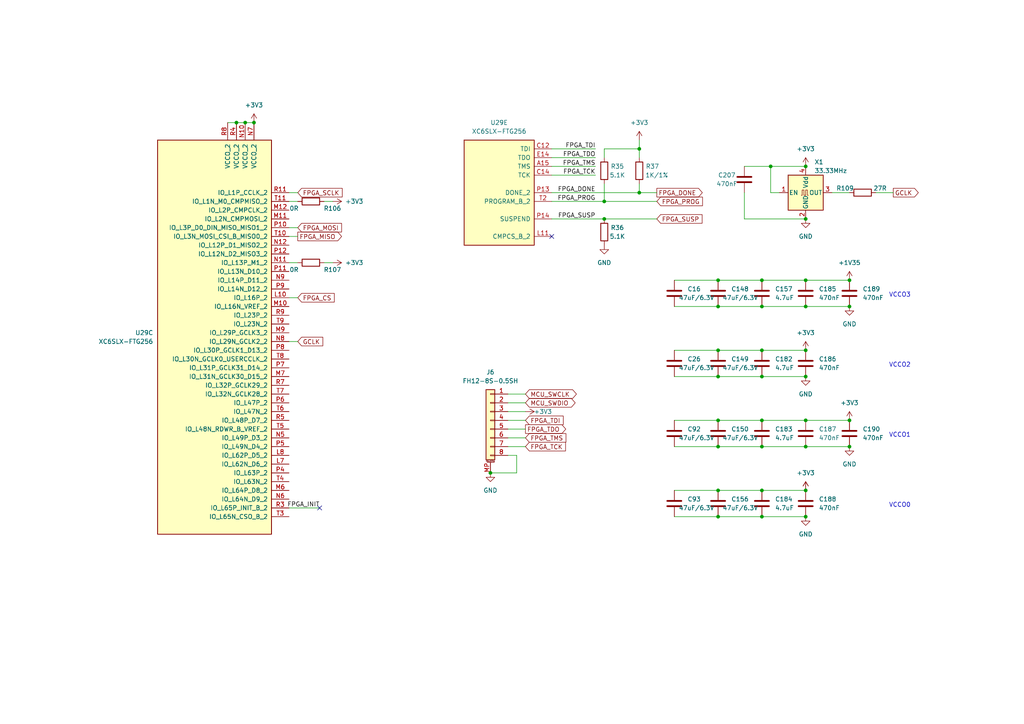
<source format=kicad_sch>
(kicad_sch (version 20231120) (generator "eeschema") (generator_version "8.0")
  (paper "A4")
  (lib_symbols
    (symbol "Connector_Generic_MountingPin:Conn_01x08_MountingPin" (pin_names (offset 1.016) hide)
      (property "Reference" "J" (at 0 10.16 0))
      (property "Value" "Conn_01x08_MountingPin" (at 1.27 -12.7 0))
      (symbol "Conn_01x08_MountingPin_1_1"
        (rectangle (start -1.27 -10.033) (end 0 -10.287) (stroke (width 0.1524)))
        (rectangle (start -1.27 -7.493) (end 0 -7.747) (stroke (width 0.1524)))
        (rectangle (start -1.27 -4.953) (end 0 -5.207) (stroke (width 0.1524)))
        (rectangle (start -1.27 -2.413) (end 0 -2.667) (stroke (width 0.1524)))
        (rectangle (start -1.27 0.127) (end 0 -0.127) (stroke (width 0.1524)))
        (rectangle (start -1.27 2.667) (end 0 2.413) (stroke (width 0.1524)))
        (rectangle (start -1.27 5.207) (end 0 4.953) (stroke (width 0.1524)))
        (rectangle (start -1.27 7.747) (end 0 7.493) (stroke (width 0.1524)))
        (rectangle (start -1.27 8.89) (end 1.27 -11.43) (stroke (width 0.254)) (fill (type background)))
        (polyline (pts (xy -1.016 -12.192) (xy 1.016 -12.192)) (stroke (width 0.1524)))
        (text "Mounting" (at 0 -11.811 0) (effects (font (size 0.381 0.381))))
        (pin passive line (at -5.08 7.62 0) (length 3.81) (name "Pin_1") (number "1"))
        (pin passive line (at -5.08 5.08 0) (length 3.81) (name "Pin_2") (number "2"))
        (pin passive line (at -5.08 2.54 0) (length 3.81) (name "Pin_3") (number "3"))
        (pin passive line (at -5.08 0 0) (length 3.81) (name "Pin_4") (number "4"))
        (pin passive line (at -5.08 -2.54 0) (length 3.81) (name "Pin_5") (number "5"))
        (pin passive line (at -5.08 -5.08 0) (length 3.81) (name "Pin_6") (number "6"))
        (pin passive line (at -5.08 -7.62 0) (length 3.81) (name "Pin_7") (number "7"))
        (pin passive line (at -5.08 -10.16 0) (length 3.81) (name "Pin_8") (number "8"))
        (pin passive line (at 0 -15.24 90) (length 3.048) (name "MountPin") (number "MP"))
      )
    )
    (symbol "Device:C" (pin_numbers hide) (pin_names (offset 0.254))
      (property "Reference" "C" (at 0.635 2.54 0))
      (property "Value" "C" (at 0.635 -2.54 0))
      (symbol "C_0_1"
        (polyline (pts (xy -2.032 -0.762) (xy 2.032 -0.762)) (stroke (width 0.508)))
        (polyline (pts (xy -2.032 0.762) (xy 2.032 0.762)) (stroke (width 0.508)))
      )
      (symbol "C_1_1"
        (pin passive line (at 0 3.81 270) (length 2.794) (name "~") (number "1"))
        (pin passive line (at 0 -3.81 90) (length 2.794) (name "~") (number "2"))
      )
    )
    (symbol "Device:R" (pin_numbers hide) (pin_names (offset 0))
      (property "Reference" "R" (at 2.032 0 90))
      (property "Value" "R" (at 0 0 90))
      (symbol "R_0_1"
        (rectangle (start -1.016 -2.54) (end 1.016 2.54) (stroke (width 0.254)))
      )
      (symbol "R_1_1"
        (pin passive line (at 0 3.81 270) (length 1.27) (name "~") (number "1"))
        (pin passive line (at 0 -3.81 90) (length 1.27) (name "~") (number "2"))
      )
    )
    (symbol "GND_1" (power) (pin_numbers hide) (pin_names (offset 0) hide)
      (property "Value" "GND" (at 0 -3.81 0))
      (symbol "GND_1_0_1"
        (polyline (pts (xy 0 0) (xy 0 -1.27) (xy 1.27 -1.27) (xy 0 -2.54) (xy -1.27 -1.27) (xy 0 -1.27)))
      )
      (symbol "GND_1_1_1"
        (pin power_in line (at 0 0 270) (length 0) (name "~") (number "1"))
      )
    )
    (symbol "Oscillator:ASE-xxxMHz" (pin_names (offset 0.254))
      (property "Reference" "X" (at -5.08 6.35 0))
      (property "Value" "ASE-xxxMHz" (at 1.27 -6.35 0))
      (symbol "ASE-xxxMHz_0_1"
        (rectangle (start -5.08 5.08) (end 5.08 -5.08) (stroke (width 0.254)) (fill (type background)))
        (polyline (pts (xy -1.27 -0.762) (xy -1.016 -0.762) (xy -1.016 0.762) (xy -0.508 0.762) (xy -0.508 -0.762) (xy 0 -0.762) (xy 0 0.762) (xy 0.508 0.762) (xy 0.508 -0.762) (xy 0.762 -0.762)))
      )
      (symbol "ASE-xxxMHz_1_1"
        (pin input line (at -7.62 0 0) (length 2.54) (name "EN") (number "1"))
        (pin power_in line (at 0 -7.62 90) (length 2.54) (name "GND") (number "2"))
        (pin output line (at 7.62 0 180) (length 2.54) (name "OUT") (number "3"))
        (pin power_in line (at 0 7.62 270) (length 2.54) (name "Vdd") (number "4"))
      )
    )
    (symbol "power:+3V3" (power) (pin_names (offset 0))
      (property "Value" "+3V3" (at 0 3.556 0))
      (symbol "+3V3_0_1"
        (polyline (pts (xy -0.762 1.27) (xy 0 2.54)))
        (polyline (pts (xy 0 0) (xy 0 2.54)))
        (polyline (pts (xy 0 2.54) (xy 0.762 1.27)))
      )
      (symbol "+3V3_1_1"
        (pin power_in line (at 0 0 90) (length 0) hide (name "+3V3") (number "1"))
      )
    )
    (symbol "symbols:+V" (power) (pin_names (offset 0))
      (property "Value" "+V" (at 0 3.556 0))
      (symbol "+V_0_1"
        (polyline (pts (xy -0.762 1.27) (xy 0 2.54)))
        (polyline (pts (xy 0 0) (xy 0 2.54)))
        (polyline (pts (xy 0 2.54) (xy 0.762 1.27)))
      )
      (symbol "+V_1_1"
        (pin power_in line (at 0 0 90) (length 0) hide (name "~") (number "1"))
      )
    )
    (symbol "symbols:XC6SLX-FTG256" (pin_names (offset 1.016))
      (property "Reference" "U" (at 0 1.27 0))
      (property "Value" "XC6SLX-FTG256" (at 0 -1.27 0))
      (symbol "XC6SLX-FTG256_1_1"
        (rectangle (start -15.24 60.96) (end 12.7 -58.42) (fill (type background)))
        (pin bidirectional line (at 17.78 -2.54 180) (length 5.08) (name "IO_L35N_GCLK16_0") (number "A10"))
        (pin bidirectional line (at 17.78 -22.86 180) (length 5.08) (name "IO_L39N_0") (number "A11"))
        (pin bidirectional line (at 17.78 -33.02 180) (length 5.08) (name "IO_L62N_VREF_0") (number "A12"))
        (pin bidirectional line (at 17.78 -38.1 180) (length 5.08) (name "IO_L63N_SCP6_0") (number "A13"))
        (pin bidirectional line (at 17.78 -48.26 180) (length 5.08) (name "IO_L65N_SCP2_0") (number "A14"))
        (pin bidirectional line (at 17.78 43.18 180) (length 5.08) (name "IO_L1N_VREF_0") (number "A4"))
        (pin bidirectional line (at 17.78 38.1 180) (length 5.08) (name "IO_L2N_0") (number "A5"))
        (pin bidirectional line (at 17.78 27.94 180) (length 5.08) (name "IO_L4N_0") (number "A6"))
        (pin bidirectional line (at 17.78 17.78 180) (length 5.08) (name "IO_L6N_0") (number "A7"))
        (pin bidirectional line (at 17.78 7.62 180) (length 5.08) (name "IO_L33N_0") (number "A8"))
        (pin bidirectional line (at 17.78 2.54 180) (length 5.08) (name "IO_L34N_GCLK18_0") (number "A9"))
        (pin bidirectional line (at 17.78 0 180) (length 5.08) (name "IO_L35P_GCLK17_0") (number "B10"))
        (pin bidirectional line (at 17.78 -30.48 180) (length 5.08) (name "IO_L62P_0") (number "B12"))
        (pin power_in line (at 2.54 66.04 270) (length 5.08) (name "VCCO_0") (number "B13"))
        (pin bidirectional line (at 17.78 -45.72 180) (length 5.08) (name "IO_L65P_SCP3_0") (number "B14"))
        (pin power_in line (at 7.62 66.04 270) (length 5.08) (name "VCCO_0") (number "B4"))
        (pin bidirectional line (at 17.78 40.64 180) (length 5.08) (name "IO_L2P_0") (number "B5"))
        (pin bidirectional line (at 17.78 30.48 180) (length 5.08) (name "IO_L4P_0") (number "B6"))
        (pin bidirectional line (at 17.78 10.16 180) (length 5.08) (name "IO_L33P_0") (number "B8"))
        (pin power_in line (at 5.08 66.04 270) (length 5.08) (name "VCCO_0") (number "B9"))
        (pin bidirectional line (at 17.78 -12.7 180) (length 5.08) (name "IO_L37N_GCLK12_0") (number "C10"))
        (pin bidirectional line (at 17.78 -20.32 180) (length 5.08) (name "IO_L39P_0") (number "C11"))
        (pin bidirectional line (at 17.78 -35.56 180) (length 5.08) (name "IO_L63P_SCP7_0") (number "C13"))
        (pin bidirectional line (at 17.78 45.72 180) (length 5.08) (name "IO_L1P_HSWAPEN_0") (number "C4"))
        (pin bidirectional line (at 17.78 33.02 180) (length 5.08) (name "IO_L3N_0") (number "C5"))
        (pin bidirectional line (at 17.78 12.7 180) (length 5.08) (name "IO_L7N_0") (number "C6"))
        (pin bidirectional line (at 17.78 20.32 180) (length 5.08) (name "IO_L6P_0") (number "C7"))
        (pin bidirectional line (at 17.78 -17.78 180) (length 5.08) (name "IO_L38N_VREF_0") (number "C8"))
        (pin bidirectional line (at 17.78 5.08 180) (length 5.08) (name "IO_L34P_GCLK19_0") (number "C9"))
        (pin power_in line (at -2.54 66.04 270) (length 5.08) (name "VCCO_0") (number "D10"))
        (pin bidirectional line (at 17.78 -50.8 180) (length 5.08) (name "IO_L66P_SCP1_0") (number "D11"))
        (pin bidirectional line (at 17.78 -53.34 180) (length 5.08) (name "IO_L66N_SCP0_0") (number "D12"))
        (pin bidirectional line (at 17.78 35.56 180) (length 5.08) (name "IO_L3P_0") (number "D5"))
        (pin bidirectional line (at 17.78 15.24 180) (length 5.08) (name "IO_L7P_0") (number "D6"))
        (pin power_in line (at 0 66.04 270) (length 5.08) (name "VCCO_0") (number "D7"))
        (pin bidirectional line (at 17.78 -15.24 180) (length 5.08) (name "IO_L38P_0") (number "D8"))
        (pin bidirectional line (at 17.78 -27.94 180) (length 5.08) (name "IO_L40N_0") (number "D9"))
        (pin bidirectional line (at 17.78 -10.16 180) (length 5.08) (name "IO_L37P_GCLK13_0") (number "E10"))
        (pin bidirectional line (at 17.78 -43.18 180) (length 5.08) (name "IO_L64N_SCP4_0") (number "E11"))
        (pin bidirectional line (at 17.78 22.86 180) (length 5.08) (name "IO_L5N_0") (number "E6"))
        (pin bidirectional line (at 17.78 -5.08 180) (length 5.08) (name "IO_L36P_GCLK15_0") (number "E7"))
        (pin bidirectional line (at 17.78 -7.62 180) (length 5.08) (name "IO_L36N_GCLK14_0") (number "E8"))
        (pin bidirectional line (at 17.78 -40.64 180) (length 5.08) (name "IO_L64P_SCP5_0") (number "F10"))
        (pin bidirectional line (at 17.78 25.4 180) (length 5.08) (name "IO_L5P_0") (number "F7"))
        (pin bidirectional line (at 17.78 -25.4 180) (length 5.08) (name "IO_L40P_0") (number "F9"))
      )
      (symbol "XC6SLX-FTG256_2_1"
        (rectangle (start -20.32 76.2) (end 17.78 -78.74) (stroke (width 0.254)) (fill (type background)))
        (pin bidirectional line (at 22.86 55.88 180) (length 5.08) (name "IO_L29P_A23_M1A13_1") (number "B15"))
        (pin bidirectional line (at 22.86 53.34 180) (length 5.08) (name "IO_L29N_A22_M1A14_1") (number "B16"))
        (pin bidirectional line (at 22.86 35.56 180) (length 5.08) (name "IO_L33P_A15_M1A10_1") (number "C15"))
        (pin bidirectional line (at 22.86 33.02 180) (length 5.08) (name "IO_L33N_A14_M1A4_1") (number "C16"))
        (pin bidirectional line (at 22.86 45.72 180) (length 5.08) (name "IO_L31P_A19_M1CKE_1") (number "D14"))
        (pin power_in line (at 0 81.28 270) (length 5.08) (name "VCCO_1") (number "D15"))
        (pin bidirectional line (at 22.86 43.18 180) (length 5.08) (name "IO_L31N_A18_M1A12_1") (number "D16"))
        (pin bidirectional line (at 22.86 58.42 180) (length 5.08) (name "IO_L1N_A24_VREF_1") (number "E12"))
        (pin bidirectional line (at 22.86 60.96 180) (length 5.08) (name "IO_L1P_A25_1") (number "E13"))
        (pin bidirectional line (at 22.86 30.48 180) (length 5.08) (name "IO_L34P_A13_M1WE_1") (number "E15"))
        (pin bidirectional line (at 22.86 27.94 180) (length 5.08) (name "IO_L34N_A12_M1BA2_1") (number "E16"))
        (pin bidirectional line (at 22.86 50.8 180) (length 5.08) (name "IO_L30P_A21_M1RESET_1") (number "F12"))
        (pin bidirectional line (at 22.86 40.64 180) (length 5.08) (name "IO_L32P_A17_M1A8_1") (number "F13"))
        (pin bidirectional line (at 22.86 38.1 180) (length 5.08) (name "IO_L32N_A16_M1A9_1") (number "F14"))
        (pin bidirectional line (at 22.86 25.4 180) (length 5.08) (name "IO_L35P_A11_M1A7_1") (number "F15"))
        (pin bidirectional line (at 22.86 22.86 180) (length 5.08) (name "IO_L35N_A10_M1A2_1") (number "F16"))
        (pin bidirectional line (at 22.86 48.26 180) (length 5.08) (name "IO_L30N_A20_M1A11_1") (number "G11"))
        (pin bidirectional line (at 22.86 10.16 180) (length 5.08) (name "IO_L38P_A5_M1CLK_1") (number "G12"))
        (pin power_in line (at 2.54 81.28 270) (length 5.08) (name "VCCO_1") (number "G13"))
        (pin bidirectional line (at 22.86 20.32 180) (length 5.08) (name "IO_L36P_A9_M1BA0_1") (number "G14"))
        (pin bidirectional line (at 22.86 17.78 180) (length 5.08) (name "IO_L36N_A8_M1BA1_1") (number "G16"))
        (pin bidirectional line (at 22.86 7.62 180) (length 5.08) (name "IO_L38N_A4_M1CLKN_1") (number "H11"))
        (pin bidirectional line (at 22.86 5.08 180) (length 5.08) (name "IO_L39P_M1A3_1") (number "H13"))
        (pin bidirectional line (at 22.86 2.54 180) (length 5.08) (name "IO_L39N_M1ODT_1") (number "H14"))
        (pin bidirectional line (at 22.86 15.24 180) (length 5.08) (name "IO_L37P_A7_M1A0_1") (number "H15"))
        (pin bidirectional line (at 22.86 12.7 180) (length 5.08) (name "IO_L37N_A6_M1A1_1") (number "H16"))
        (pin bidirectional line (at 22.86 0 180) (length 5.08) (name "IO_L40P_GCLK11_M1A5_1") (number "J11"))
        (pin bidirectional line (at 22.86 -2.54 180) (length 5.08) (name "IO_L40N_GCLK10_M1A6_1") (number "J12"))
        (pin bidirectional line (at 22.86 -5.08 180) (length 5.08) (name "IO_L41P_GCLK9_IRDY1_M1RASN_1") (number "J13"))
        (pin bidirectional line (at 22.86 -15.24 180) (length 5.08) (name "IO_L43P_GCLK5_M1DQ4_1") (number "J14"))
        (pin power_in line (at 5.08 81.28 270) (length 5.08) (name "VCCO_1") (number "J15"))
        (pin bidirectional line (at 22.86 -17.78 180) (length 5.08) (name "IO_L43N_GCLK4_M1DQ5_1") (number "J16"))
        (pin bidirectional line (at 22.86 -12.7 180) (length 5.08) (name "IO_L42N_GCLK6_TRDY1_M1LDM_1") (number "K11"))
        (pin bidirectional line (at 22.86 -10.16 180) (length 5.08) (name "IO_L42P_GCLK7_M1UDM_1") (number "K12"))
        (pin power_in line (at 7.62 81.28 270) (length 5.08) (name "VCCO_1") (number "K13"))
        (pin bidirectional line (at 22.86 -7.62 180) (length 5.08) (name "IO_L41N_GCLK8_M1CASN_1") (number "K14"))
        (pin bidirectional line (at 22.86 -20.32 180) (length 5.08) (name "IO_L44P_A3_M1DQ6_1") (number "K15"))
        (pin bidirectional line (at 22.86 -22.86 180) (length 5.08) (name "IO_L44N_A2_M1DQ7_1") (number "K16"))
        (pin bidirectional line (at 22.86 -66.04 180) (length 5.08) (name "IO_L53P_1") (number "L12"))
        (pin bidirectional line (at 22.86 -68.58 180) (length 5.08) (name "IO_L53N_VREF_1") (number "L13"))
        (pin bidirectional line (at 22.86 -35.56 180) (length 5.08) (name "IO_L47P_FWE_B_M1DQ0_1") (number "L14"))
        (pin bidirectional line (at 22.86 -38.1 180) (length 5.08) (name "IO_L47N_LDC_M1DQ1_1") (number "L16"))
        (pin bidirectional line (at 22.86 -71.12 180) (length 5.08) (name "IO_L74P_AWAKE_1") (number "M13"))
        (pin bidirectional line (at 22.86 -73.66 180) (length 5.08) (name "IO_L74N_DOUT_BUSY_1") (number "M14"))
        (pin bidirectional line (at 22.86 -30.48 180) (length 5.08) (name "IO_L46P_FCS_B_M1DQ2_1") (number "M15"))
        (pin bidirectional line (at 22.86 -33.02 180) (length 5.08) (name "IO_L46N_FOE_B_M1DQ3_1") (number "M16"))
        (pin bidirectional line (at 22.86 -25.4 180) (length 5.08) (name "IO_L45P_A1_M1LDQS_1") (number "N14"))
        (pin power_in line (at 10.16 81.28 270) (length 5.08) (name "VCCO_1") (number "N15"))
        (pin bidirectional line (at 22.86 -27.94 180) (length 5.08) (name "IO_L45N_A0_M1LDQSN_1") (number "N16"))
        (pin bidirectional line (at 22.86 -40.64 180) (length 5.08) (name "IO_L48P_HDC_M1DQ8_1") (number "P15"))
        (pin bidirectional line (at 22.86 -43.18 180) (length 5.08) (name "IO_L48N_M1DQ9_1") (number "P16"))
        (pin bidirectional line (at 22.86 -60.96 180) (length 5.08) (name "IO_L52P_M1DQ14_1") (number "R12"))
        (pin power_in line (at 12.7 81.28 270) (length 5.08) (name "VCCO_1") (number "R13"))
        (pin bidirectional line (at 22.86 -50.8 180) (length 5.08) (name "IO_L50P_M1UDQS_1") (number "R14"))
        (pin bidirectional line (at 22.86 -45.72 180) (length 5.08) (name "IO_L49P_M1DQ10_1") (number "R15"))
        (pin bidirectional line (at 22.86 -48.26 180) (length 5.08) (name "IO_L49N_M1DQ11_1") (number "R16"))
        (pin bidirectional line (at 22.86 -63.5 180) (length 5.08) (name "IO_L52N_M1DQ15_1") (number "T12"))
        (pin bidirectional line (at 22.86 -58.42 180) (length 5.08) (name "IO_L51N_M1DQ13_1") (number "T13"))
        (pin bidirectional line (at 22.86 -55.88 180) (length 5.08) (name "IO_L51P_M1DQ12_1") (number "T14"))
        (pin bidirectional line (at 22.86 -53.34 180) (length 5.08) (name "IO_L50N_M1UDQSN_1") (number "T15"))
      )
      (symbol "XC6SLX-FTG256_3_1"
        (rectangle (start -17.78 58.42) (end 15.24 -55.88) (stroke (width 0.254)) (fill (type background)))
        (pin bidirectional line (at 20.32 12.7 180) (length 5.08) (name "IO_L16P_2") (number "L10"))
        (pin bidirectional line (at 20.32 -35.56 180) (length 5.08) (name "IO_L62N_D6_2") (number "L7"))
        (pin bidirectional line (at 20.32 -33.02 180) (length 5.08) (name "IO_L62P_D5_2") (number "L8"))
        (pin bidirectional line (at 20.32 10.16 180) (length 5.08) (name "IO_L16N_VREF_2") (number "M10"))
        (pin bidirectional line (at 20.32 35.56 180) (length 5.08) (name "IO_L2N_CMPMOSI_2") (number "M11"))
        (pin bidirectional line (at 20.32 38.1 180) (length 5.08) (name "IO_L2P_CMPCLK_2") (number "M12"))
        (pin bidirectional line (at 20.32 -43.18 180) (length 5.08) (name "IO_L64P_D8_2") (number "M6"))
        (pin bidirectional line (at 20.32 -10.16 180) (length 5.08) (name "IO_L31N_GCLK30_D15_2") (number "M7"))
        (pin bidirectional line (at 20.32 2.54 180) (length 5.08) (name "IO_L29P_GCLK3_2") (number "M9"))
        (pin power_in line (at 7.62 63.5 270) (length 5.08) (name "VCCO_2") (number "N10"))
        (pin bidirectional line (at 20.32 22.86 180) (length 5.08) (name "IO_L13P_M1_2") (number "N11"))
        (pin bidirectional line (at 20.32 27.94 180) (length 5.08) (name "IO_L12P_D1_MISO2_2") (number "N12"))
        (pin bidirectional line (at 20.32 -27.94 180) (length 5.08) (name "IO_L49P_D3_2") (number "N5"))
        (pin bidirectional line (at 20.32 -45.72 180) (length 5.08) (name "IO_L64N_D9_2") (number "N6"))
        (pin power_in line (at 10.16 63.5 270) (length 5.08) (name "VCCO_2") (number "N7"))
        (pin bidirectional line (at 20.32 0 180) (length 5.08) (name "IO_L29N_GCLK2_2") (number "N8"))
        (pin bidirectional line (at 20.32 17.78 180) (length 5.08) (name "IO_L14P_D11_2") (number "N9"))
        (pin bidirectional line (at 20.32 33.02 180) (length 5.08) (name "IO_L3P_D0_DIN_MISO_MISO1_2") (number "P10"))
        (pin bidirectional line (at 20.32 20.32 180) (length 5.08) (name "IO_L13N_D10_2") (number "P11"))
        (pin bidirectional line (at 20.32 25.4 180) (length 5.08) (name "IO_L12N_D2_MISO3_2") (number "P12"))
        (pin bidirectional line (at 20.32 -38.1 180) (length 5.08) (name "IO_L63P_2") (number "P4"))
        (pin bidirectional line (at 20.32 -30.48 180) (length 5.08) (name "IO_L49N_D4_2") (number "P5"))
        (pin bidirectional line (at 20.32 -17.78 180) (length 5.08) (name "IO_L47P_2") (number "P6"))
        (pin bidirectional line (at 20.32 -7.62 180) (length 5.08) (name "IO_L31P_GCLK31_D14_2") (number "P7"))
        (pin bidirectional line (at 20.32 -2.54 180) (length 5.08) (name "IO_L30P_GCLK1_D13_2") (number "P8"))
        (pin bidirectional line (at 20.32 15.24 180) (length 5.08) (name "IO_L14N_D12_2") (number "P9"))
        (pin bidirectional line (at 20.32 43.18 180) (length 5.08) (name "IO_L1P_CCLK_2") (number "R11"))
        (pin bidirectional line (at 20.32 -48.26 180) (length 5.08) (name "IO_L65P_INIT_B_2") (number "R3"))
        (pin power_in line (at 5.08 63.5 270) (length 5.08) (name "VCCO_2") (number "R4"))
        (pin bidirectional line (at 20.32 -22.86 180) (length 5.08) (name "IO_L48P_D7_2") (number "R5"))
        (pin bidirectional line (at 20.32 -12.7 180) (length 5.08) (name "IO_L32P_GCLK29_2") (number "R7"))
        (pin power_in line (at 2.54 63.5 270) (length 5.08) (name "VCCO_2") (number "R8"))
        (pin bidirectional line (at 20.32 7.62 180) (length 5.08) (name "IO_L23P_2") (number "R9"))
        (pin bidirectional line (at 20.32 30.48 180) (length 5.08) (name "IO_L3N_MOSI_CSI_B_MISO0_2") (number "T10"))
        (pin bidirectional line (at 20.32 40.64 180) (length 5.08) (name "IO_L1N_M0_CMPMISO_2") (number "T11"))
        (pin bidirectional line (at 20.32 -50.8 180) (length 5.08) (name "IO_L65N_CSO_B_2") (number "T3"))
        (pin bidirectional line (at 20.32 -40.64 180) (length 5.08) (name "IO_L63N_2") (number "T4"))
        (pin bidirectional line (at 20.32 -25.4 180) (length 5.08) (name "IO_L48N_RDWR_B_VREF_2") (number "T5"))
        (pin bidirectional line (at 20.32 -20.32 180) (length 5.08) (name "IO_L47N_2") (number "T6"))
        (pin bidirectional line (at 20.32 -15.24 180) (length 5.08) (name "IO_L32N_GCLK28_2") (number "T7"))
        (pin bidirectional line (at 20.32 -5.08 180) (length 5.08) (name "IO_L30N_GCLK0_USERCCLK_2") (number "T8"))
        (pin bidirectional line (at 20.32 5.08 180) (length 5.08) (name "IO_L23N_2") (number "T9"))
      )
      (symbol "XC6SLX-FTG256_4_1"
        (rectangle (start -17.78 76.2) (end 20.32 -78.74) (fill (type background)))
        (pin bidirectional line (at 25.4 -53.34 180) (length 5.08) (name "IO_L52N_M3A9_3") (number "A2"))
        (pin bidirectional line (at 25.4 -73.66 180) (length 5.08) (name "IO_L83N_VREF_3") (number "A3"))
        (pin bidirectional line (at 25.4 -43.18 180) (length 5.08) (name "IO_L50N_M3BA2_3") (number "B1"))
        (pin bidirectional line (at 25.4 -50.8 180) (length 5.08) (name "IO_L52P_M3A8_3") (number "B2"))
        (pin bidirectional line (at 25.4 -71.12 180) (length 5.08) (name "IO_L83P_3") (number "B3"))
        (pin bidirectional line (at 25.4 -40.64 180) (length 5.08) (name "IO_L50P_M3WE_3") (number "C1"))
        (pin bidirectional line (at 25.4 -33.02 180) (length 5.08) (name "IO_L48N_M3BA1_3") (number "C2"))
        (pin bidirectional line (at 25.4 -30.48 180) (length 5.08) (name "IO_L48P_M3BA0_3") (number "C3"))
        (pin bidirectional line (at 25.4 -38.1 180) (length 5.08) (name "IO_L49N_M3A2_3") (number "D1"))
        (pin power_in line (at 5.08 81.28 270) (length 5.08) (name "VCCO_3") (number "D2"))
        (pin bidirectional line (at 25.4 -35.56 180) (length 5.08) (name "IO_L49P_M3A7_3") (number "D3"))
        (pin bidirectional line (at 25.4 -22.86 180) (length 5.08) (name "IO_L46N_M3CLKN_3") (number "E1"))
        (pin bidirectional line (at 25.4 -20.32 180) (length 5.08) (name "IO_L46P_M3CLK_3") (number "E2"))
        (pin bidirectional line (at 25.4 -63.5 180) (length 5.08) (name "IO_L54N_M3A11_3") (number "E3"))
        (pin bidirectional line (at 25.4 -60.96 180) (length 5.08) (name "IO_L54P_M3RESET_3") (number "E4"))
        (pin bidirectional line (at 25.4 2.54 180) (length 5.08) (name "IO_L41N_GCLK26_M3DQ5_3") (number "F1"))
        (pin bidirectional line (at 25.4 5.08 180) (length 5.08) (name "IO_L41P_GCLK27_M3DQ4_3") (number "F2"))
        (pin bidirectional line (at 25.4 -58.42 180) (length 5.08) (name "IO_L53N_M3A12_3") (number "F3"))
        (pin bidirectional line (at 25.4 -55.88 180) (length 5.08) (name "IO_L53P_M3CKE_3") (number "F4"))
        (pin bidirectional line (at 25.4 -68.58 180) (length 5.08) (name "IO_L55N_M3A14_3") (number "F5"))
        (pin bidirectional line (at 25.4 -66.04 180) (length 5.08) (name "IO_L55P_M3A13_3") (number "F6"))
        (pin bidirectional line (at 25.4 7.62 180) (length 5.08) (name "IO_L40N_M3DQ7_3") (number "G1"))
        (pin bidirectional line (at 25.4 10.16 180) (length 5.08) (name "IO_L40P_M3DQ6_3") (number "G3"))
        (pin power_in line (at 7.62 81.28 270) (length 5.08) (name "VCCO_3") (number "G4"))
        (pin bidirectional line (at 25.4 -48.26 180) (length 5.08) (name "IO_L51N_M3A4_3") (number "G5"))
        (pin bidirectional line (at 25.4 -45.72 180) (length 5.08) (name "IO_L51P_M3A10_3") (number "G6"))
        (pin bidirectional line (at 25.4 12.7 180) (length 5.08) (name "IO_L39N_M3LDQSN_3") (number "H1"))
        (pin bidirectional line (at 25.4 15.24 180) (length 5.08) (name "IO_L39P_M3LDQS_3") (number "H2"))
        (pin bidirectional line (at 25.4 -12.7 180) (length 5.08) (name "IO_L44N_GCLK20_M3A6_3") (number "H3"))
        (pin bidirectional line (at 25.4 -10.16 180) (length 5.08) (name "IO_L44P_GCLK21_M3A5_3") (number "H4"))
        (pin bidirectional line (at 25.4 -7.62 180) (length 5.08) (name "IO_L43N_GCLK22_IRDY2_M3CASN_3") (number "H5"))
        (pin bidirectional line (at 25.4 17.78 180) (length 5.08) (name "IO_L38N_M3DQ3_3") (number "J1"))
        (pin power_in line (at 10.16 81.28 270) (length 5.08) (name "VCCO_3") (number "J2"))
        (pin bidirectional line (at 25.4 20.32 180) (length 5.08) (name "IO_L38P_M3DQ2_3") (number "J3"))
        (pin bidirectional line (at 25.4 -2.54 180) (length 5.08) (name "IO_L42N_GCLK24_M3LDM_3") (number "J4"))
        (pin bidirectional line (at 25.4 -5.08 180) (length 5.08) (name "IO_L43P_GCLK23_M3RASN_3") (number "J6"))
        (pin bidirectional line (at 25.4 22.86 180) (length 5.08) (name "IO_L37N_M3DQ1_3") (number "K1"))
        (pin bidirectional line (at 25.4 25.4 180) (length 5.08) (name "IO_L37P_M3DQ0_3") (number "K2"))
        (pin bidirectional line (at 25.4 0 180) (length 5.08) (name "IO_L42P_GCLK25_TRDY2_M3UDM_3") (number "K3"))
        (pin power_in line (at 12.7 81.28 270) (length 5.08) (name "VCCO_3") (number "K4"))
        (pin bidirectional line (at 25.4 -25.4 180) (length 5.08) (name "IO_L47P_M3A0_3") (number "K5"))
        (pin bidirectional line (at 25.4 -27.94 180) (length 5.08) (name "IO_L47N_M3A1_3") (number "K6"))
        (pin bidirectional line (at 25.4 27.94 180) (length 5.08) (name "IO_L36N_M3DQ9_3") (number "L1"))
        (pin bidirectional line (at 25.4 30.48 180) (length 5.08) (name "IO_L36P_M3DQ8_3") (number "L3"))
        (pin bidirectional line (at 25.4 -15.24 180) (length 5.08) (name "IO_L45P_M3A3_3") (number "L4"))
        (pin bidirectional line (at 25.4 -17.78 180) (length 5.08) (name "IO_L45N_M3ODT_3") (number "L5"))
        (pin bidirectional line (at 25.4 33.02 180) (length 5.08) (name "IO_L35N_M3DQ11_3") (number "M1"))
        (pin bidirectional line (at 25.4 35.56 180) (length 5.08) (name "IO_L35P_M3DQ10_3") (number "M2"))
        (pin bidirectional line (at 25.4 58.42 180) (length 5.08) (name "IO_L1N_VREF_3") (number "M3"))
        (pin bidirectional line (at 25.4 60.96 180) (length 5.08) (name "IO_L1P_3") (number "M4"))
        (pin bidirectional line (at 25.4 55.88 180) (length 5.08) (name "IO_L2P_3") (number "M5"))
        (pin bidirectional line (at 25.4 38.1 180) (length 5.08) (name "IO_L34N_M3UDQSN_3") (number "N1"))
        (pin power_in line (at 15.24 81.28 270) (length 5.08) (name "VCCO_3") (number "N2"))
        (pin bidirectional line (at 25.4 40.64 180) (length 5.08) (name "IO_L34P_M3UDQS_3") (number "N3"))
        (pin bidirectional line (at 25.4 53.34 180) (length 5.08) (name "IO_L2N_3") (number "N4"))
        (pin bidirectional line (at 25.4 43.18 180) (length 5.08) (name "IO_L33N_M3DQ13_3") (number "P1"))
        (pin bidirectional line (at 25.4 45.72 180) (length 5.08) (name "IO_L33P_M3DQ12_3") (number "P2"))
        (pin bidirectional line (at 25.4 48.26 180) (length 5.08) (name "IO_L32N_M3DQ15_3") (number "R1"))
        (pin bidirectional line (at 25.4 50.8 180) (length 5.08) (name "IO_L32P_M3DQ14_3") (number "R2"))
      )
      (symbol "XC6SLX-FTG256_5_1"
        (rectangle (start -10.16 15.24) (end 10.16 -15.24) (stroke (width 0.254)) (fill (type background)))
        (pin bidirectional line (at 15.24 7.62 180) (length 5.08) (name "TMS") (number "A15"))
        (pin bidirectional line (at 15.24 12.7 180) (length 5.08) (name "TDI") (number "C12"))
        (pin bidirectional line (at 15.24 5.08 180) (length 5.08) (name "TCK") (number "C14"))
        (pin bidirectional line (at 15.24 10.16 180) (length 5.08) (name "TDO") (number "E14"))
        (pin bidirectional line (at 15.24 -12.7 180) (length 5.08) (name "CMPCS_B_2") (number "L11"))
        (pin bidirectional line (at 15.24 0 180) (length 5.08) (name "DONE_2") (number "P13"))
        (pin bidirectional line (at 15.24 -7.62 180) (length 5.08) (name "SUSPEND") (number "P14"))
        (pin bidirectional line (at 15.24 -2.54 180) (length 5.08) (name "PROGRAM_B_2") (number "T2"))
      )
      (symbol "XC6SLX-FTG256_6_1"
        (rectangle (start -15.24 30.48) (end 15.24 -30.48) (stroke (width 0.254)) (fill (type background)))
        (pin power_in line (at -20.32 2.54 0) (length 5.08) (name "GND") (number "A1"))
        (pin power_in line (at -20.32 0 0) (length 5.08) (name "GND") (number "A16"))
        (pin power_in line (at -20.32 -5.08 0) (length 5.08) (name "GND") (number "B11"))
        (pin power_in line (at -20.32 -2.54 0) (length 5.08) (name "GND") (number "B7"))
        (pin power_in line (at -20.32 -10.16 0) (length 5.08) (name "GND") (number "D13"))
        (pin power_in line (at -20.32 -7.62 0) (length 5.08) (name "GND") (number "D4"))
        (pin power_in line (at -20.32 27.94 0) (length 5.08) (name "VCCAUX") (number "E5"))
        (pin power_in line (at -20.32 -12.7 0) (length 5.08) (name "GND") (number "E9"))
        (pin power_in line (at -20.32 22.86 0) (length 5.08) (name "VCCAUX") (number "F11"))
        (pin power_in line (at -20.32 25.4 0) (length 5.08) (name "VCCAUX") (number "F8"))
        (pin power_in line (at -20.32 20.32 0) (length 5.08) (name "VCCAUX") (number "G10"))
        (pin power_in line (at -20.32 -20.32 0) (length 5.08) (name "GND") (number "G15"))
        (pin power_in line (at -20.32 -15.24 0) (length 5.08) (name "GND") (number "G2"))
        (pin power_in line (at 20.32 27.94 180) (length 5.08) (name "VCCINT") (number "G7"))
        (pin power_in line (at -20.32 -17.78 0) (length 5.08) (name "GND") (number "G8"))
        (pin power_in line (at 20.32 25.4 180) (length 5.08) (name "VCCINT") (number "G9"))
        (pin power_in line (at 20.32 20.32 180) (length 5.08) (name "VCCINT") (number "H10"))
        (pin power_in line (at -20.32 -27.94 0) (length 5.08) (name "GND") (number "H12"))
        (pin power_in line (at -20.32 17.78 0) (length 5.08) (name "VCCAUX") (number "H6"))
        (pin power_in line (at -20.32 -22.86 0) (length 5.08) (name "GND") (number "H7"))
        (pin power_in line (at 20.32 22.86 180) (length 5.08) (name "VCCINT") (number "H8"))
        (pin power_in line (at -20.32 -25.4 0) (length 5.08) (name "GND") (number "H9"))
        (pin power_in line (at -20.32 15.24 0) (length 5.08) (name "VCCAUX") (number "J10"))
        (pin power_in line (at 20.32 2.54 180) (length 5.08) (name "GND") (number "J5"))
        (pin power_in line (at 20.32 17.78 180) (length 5.08) (name "VCCINT") (number "J7"))
        (pin power_in line (at 20.32 0 180) (length 5.08) (name "GND") (number "J8"))
        (pin power_in line (at 20.32 15.24 180) (length 5.08) (name "VCCINT") (number "J9"))
        (pin power_in line (at 20.32 10.16 180) (length 5.08) (name "VCCINT") (number "K10"))
        (pin power_in line (at 20.32 -2.54 180) (length 5.08) (name "GND") (number "K7"))
        (pin power_in line (at 20.32 12.7 180) (length 5.08) (name "VCCINT") (number "K8"))
        (pin power_in line (at 20.32 -5.08 180) (length 5.08) (name "GND") (number "K9"))
        (pin power_in line (at 20.32 -10.16 180) (length 5.08) (name "GND") (number "L15"))
        (pin power_in line (at 20.32 -7.62 180) (length 5.08) (name "GND") (number "L2"))
        (pin power_in line (at -20.32 12.7 0) (length 5.08) (name "VCCAUX") (number "L6"))
        (pin power_in line (at -20.32 10.16 0) (length 5.08) (name "VCCAUX") (number "L9"))
        (pin power_in line (at 20.32 -12.7 180) (length 5.08) (name "GND") (number "M8"))
        (pin power_in line (at 20.32 -15.24 180) (length 5.08) (name "GND") (number "N13"))
        (pin power_in line (at 20.32 -17.78 180) (length 5.08) (name "GND") (number "P3"))
        (pin power_in line (at 20.32 -22.86 180) (length 5.08) (name "GND") (number "R10"))
        (pin power_in line (at 20.32 -20.32 180) (length 5.08) (name "GND") (number "R6"))
        (pin power_in line (at 20.32 -25.4 180) (length 5.08) (name "GND") (number "T1"))
        (pin power_in line (at 20.32 -27.94 180) (length 5.08) (name "GND") (number "T16"))
      )
    )
  )
  (junction (at 208.28 109.22))
  (junction (at 246.38 81.28))
  (junction (at 208.28 149.86))
  (junction (at 220.98 149.86))
  (junction (at 208.28 81.28))
  (junction (at 246.38 121.92))
  (junction (at 233.68 81.28))
  (junction (at 223.52 48.26))
  (junction (at 175.26 63.5))
  (junction (at 73.66 35.56))
  (junction (at 208.28 129.54))
  (junction (at 208.28 121.92))
  (junction (at 220.98 88.9))
  (junction (at 220.98 101.6))
  (junction (at 220.98 121.92))
  (junction (at 233.68 109.22))
  (junction (at 208.28 88.9))
  (junction (at 208.28 142.24))
  (junction (at 142.24 137.16))
  (junction (at 71.12 35.56))
  (junction (at 233.68 101.6))
  (junction (at 220.98 81.28))
  (junction (at 220.98 142.24))
  (junction (at 233.68 121.92))
  (junction (at 185.42 55.88))
  (junction (at 220.98 129.54))
  (junction (at 246.38 129.54))
  (junction (at 246.38 88.9))
  (junction (at 208.28 101.6))
  (junction (at 233.68 142.24))
  (junction (at 68.58 35.56))
  (junction (at 233.68 88.9))
  (junction (at 220.98 109.22))
  (junction (at 185.42 43.18))
  (junction (at 233.68 129.54))
  (junction (at 175.26 58.42))
  (junction (at 233.68 48.26))
  (junction (at 233.68 63.5))
  (junction (at 233.68 149.86))
  (no_connect (at 92.71 147.32))
  (no_connect (at 160.02 68.58))
  (wire (pts (xy 175.26 53.34) (xy 175.26 58.42)))
  (wire (pts (xy 73.66 35.56) (xy 71.12 35.56)))
  (wire (pts (xy 220.98 142.24) (xy 233.68 142.24)))
  (wire (pts (xy 215.9 55.88) (xy 215.9 63.5)))
  (wire (pts (xy 220.98 88.9) (xy 233.68 88.9)))
  (wire (pts (xy 147.32 116.84) (xy 152.4 116.84)))
  (wire (pts (xy 208.28 149.86) (xy 220.98 149.86)))
  (wire (pts (xy 208.28 109.22) (xy 220.98 109.22)))
  (wire (pts (xy 147.32 127) (xy 152.4 127)))
  (wire (pts (xy 71.12 35.56) (xy 68.58 35.56)))
  (wire (pts (xy 160.02 55.88) (xy 185.42 55.88)))
  (wire (pts (xy 185.42 53.34) (xy 185.42 55.88)))
  (wire (pts (xy 223.52 48.26) (xy 233.68 48.26)))
  (wire (pts (xy 215.9 63.5) (xy 233.68 63.5)))
  (wire (pts (xy 233.68 121.92) (xy 246.38 121.92)))
  (wire (pts (xy 160.02 45.72) (xy 172.72 45.72)))
  (wire (pts (xy 160.02 63.5) (xy 175.26 63.5)))
  (wire (pts (xy 185.42 40.64) (xy 185.42 43.18)))
  (wire (pts (xy 233.68 129.54) (xy 246.38 129.54)))
  (wire (pts (xy 220.98 129.54) (xy 233.68 129.54)))
  (wire (pts (xy 147.32 129.54) (xy 152.4 129.54)))
  (wire (pts (xy 208.28 101.6) (xy 195.58 101.6)))
  (wire (pts (xy 149.86 137.16) (xy 142.24 137.16)))
  (wire (pts (xy 208.28 88.9) (xy 195.58 88.9)))
  (wire (pts (xy 220.98 101.6) (xy 208.28 101.6)))
  (wire (pts (xy 220.98 142.24) (xy 208.28 142.24)))
  (wire (pts (xy 208.28 109.22) (xy 195.58 109.22)))
  (wire (pts (xy 246.38 55.88) (xy 241.3 55.88)))
  (wire (pts (xy 68.58 35.56) (xy 66.04 35.56)))
  (wire (pts (xy 220.98 81.28) (xy 208.28 81.28)))
  (wire (pts (xy 220.98 121.92) (xy 233.68 121.92)))
  (wire (pts (xy 220.98 109.22) (xy 233.68 109.22)))
  (wire (pts (xy 220.98 81.28) (xy 233.68 81.28)))
  (wire (pts (xy 220.98 101.6) (xy 233.68 101.6)))
  (wire (pts (xy 233.68 88.9) (xy 246.38 88.9)))
  (wire (pts (xy 208.28 81.28) (xy 195.58 81.28)))
  (wire (pts (xy 160.02 48.26) (xy 172.72 48.26)))
  (wire (pts (xy 160.02 50.8) (xy 172.72 50.8)))
  (wire (pts (xy 86.36 68.58) (xy 83.82 68.58)))
  (wire (pts (xy 175.26 63.5) (xy 190.5 63.5)))
  (wire (pts (xy 96.52 58.42) (xy 93.98 58.42)))
  (wire (pts (xy 175.26 45.72) (xy 175.26 43.18)))
  (wire (pts (xy 223.52 55.88) (xy 226.06 55.88)))
  (wire (pts (xy 185.42 43.18) (xy 185.42 45.72)))
  (wire (pts (xy 149.86 132.08) (xy 149.86 137.16)))
  (wire (pts (xy 220.98 149.86) (xy 233.68 149.86)))
  (wire (pts (xy 208.28 149.86) (xy 195.58 149.86)))
  (wire (pts (xy 220.98 121.92) (xy 208.28 121.92)))
  (wire (pts (xy 160.02 43.18) (xy 172.72 43.18)))
  (wire (pts (xy 185.42 55.88) (xy 190.5 55.88)))
  (wire (pts (xy 147.32 121.92) (xy 152.4 121.92)))
  (wire (pts (xy 86.36 58.42) (xy 83.82 58.42)))
  (wire (pts (xy 147.32 124.46) (xy 152.4 124.46)))
  (wire (pts (xy 86.36 86.36) (xy 83.82 86.36)))
  (wire (pts (xy 220.98 129.54) (xy 208.28 129.54)))
  (wire (pts (xy 220.98 88.9) (xy 208.28 88.9)))
  (wire (pts (xy 254 55.88) (xy 259.08 55.88)))
  (wire (pts (xy 86.36 66.04) (xy 83.82 66.04)))
  (wire (pts (xy 208.28 142.24) (xy 195.58 142.24)))
  (wire (pts (xy 160.02 58.42) (xy 175.26 58.42)))
  (wire (pts (xy 86.36 55.88) (xy 83.82 55.88)))
  (wire (pts (xy 96.52 76.2) (xy 93.98 76.2)))
  (wire (pts (xy 147.32 119.38) (xy 152.4 119.38)))
  (wire (pts (xy 175.26 58.42) (xy 190.5 58.42)))
  (wire (pts (xy 233.68 81.28) (xy 246.38 81.28)))
  (wire (pts (xy 175.26 43.18) (xy 185.42 43.18)))
  (wire (pts (xy 215.9 48.26) (xy 223.52 48.26)))
  (wire (pts (xy 208.28 121.92) (xy 195.58 121.92)))
  (wire (pts (xy 86.36 99.06) (xy 83.82 99.06)))
  (wire (pts (xy 92.71 147.32) (xy 83.82 147.32)))
  (wire (pts (xy 208.28 129.54) (xy 195.58 129.54)))
  (wire (pts (xy 223.52 48.26) (xy 223.52 55.88)))
  (wire (pts (xy 147.32 132.08) (xy 149.86 132.08)))
  (wire (pts (xy 86.36 76.2) (xy 83.82 76.2)))
  (wire (pts (xy 147.32 114.3) (xy 152.4 114.3)))
  (text "VCCO1" (at 257.81 127 0) (effects (font (size 1.27 1.27)) (justify left bottom)))
  (text "VCCO2" (at 257.81 106.68 0) (effects (font (size 1.27 1.27)) (justify left bottom)))
  (text "VCCO3" (at 257.81 86.36 0) (effects (font (size 1.27 1.27)) (justify left bottom)))
  (text "VCCO0" (at 257.81 147.32 0) (effects (font (size 1.27 1.27)) (justify left bottom)))
  (label "FPGA_DONE" (at 172.72 55.88 180))
  (label "FPGA_INIT" (at 92.71 147.32 180))
  (label "FPGA_TDI" (at 172.72 43.18 180))
  (label "FPGA_TCK" (at 172.72 50.8 180))
  (label "FPGA_TMS" (at 172.72 48.26 180))
  (label "FPGA_SUSP" (at 172.72 63.5 180))
  (label "FPGA_PROG" (at 172.72 58.42 180))
  (label "FPGA_TDO" (at 172.72 45.72 180))
  (global_label "FPGA_MISO" (shape output) (at 86.36 68.58 0) (property "Intersheetrefs" "${INTERSHEET_REFS}" (effects (hide yes))))
  (global_label "MCU_SWCLK" (shape bidirectional) (at 152.4 114.3 0) (property "Intersheetrefs" "${INTERSHEET_REFS}" (effects (hide yes))))
  (global_label "GCLK" (shape input) (at 86.36 99.06 0) (property "Intersheetrefs" "${INTERSHEET_REFS}" (effects (hide yes))))
  (global_label "FPGA_SUSP" (shape input) (at 190.5 63.5 0) (property "Intersheetrefs" "${INTERSHEET_REFS}" (effects (hide yes))))
  (global_label "FPGA_TDI" (shape input) (at 152.4 121.92 0) (property "Intersheetrefs" "${INTERSHEET_REFS}" (effects (hide yes))))
  (global_label "FPGA_MOSI" (shape input) (at 86.36 66.04 0) (property "Intersheetrefs" "${INTERSHEET_REFS}" (effects (hide yes))))
  (global_label "MCU_SWDIO" (shape bidirectional) (at 152.4 116.84 0) (property "Intersheetrefs" "${INTERSHEET_REFS}" (effects (hide yes))))
  (global_label "FPGA_DONE" (shape output) (at 190.5 55.88 0) (property "Intersheetrefs" "${INTERSHEET_REFS}" (effects (hide yes))))
  (global_label "FPGA_TMS" (shape input) (at 152.4 127 0) (property "Intersheetrefs" "${INTERSHEET_REFS}" (effects (hide yes))))
  (global_label "FPGA_TCK" (shape input) (at 152.4 129.54 0) (property "Intersheetrefs" "${INTERSHEET_REFS}" (effects (hide yes))))
  (global_label "GCLK" (shape output) (at 259.08 55.88 0) (property "Intersheetrefs" "${INTERSHEET_REFS}" (effects (hide yes))))
  (global_label "FPGA_TDO" (shape output) (at 152.4 124.46 0) (property "Intersheetrefs" "${INTERSHEET_REFS}" (effects (hide yes))))
  (global_label "FPGA_SCLK" (shape input) (at 86.36 55.88 0) (property "Intersheetrefs" "${INTERSHEET_REFS}" (effects (hide yes))))
  (global_label "FPGA_PROG" (shape input) (at 190.5 58.42 0) (property "Intersheetrefs" "${INTERSHEET_REFS}" (effects (hide yes))))
  (global_label "FPGA_CS" (shape input) (at 86.36 86.36 0) (property "Intersheetrefs" "${INTERSHEET_REFS}" (effects (hide yes))))
  (symbol (lib_id "symbols:+V") (at 233.68 101.6 0) (unit 1)
    (property "Reference" "#PWR0123" (effects (hide yes)))
    (property "Value" "+3V3" (at 233.68 96.52 0))
  )
  (symbol (lib_id "power:+3V3") (at 152.4 119.38 270) (unit 1)
    (property "Reference" "#PWR0132" (effects (hide yes)))
    (property "Value" "+3V3" (at 157.48 119.38 90))
  )
  (symbol (lib_id "Oscillator:ASE-xxxMHz") (at 233.68 55.88 0) (unit 1)
    (property "Reference" "X1" (at 236.22 46.99 0) (effects (justify left)))
    (property "Value" "33.33MHz" (at 236.22 49.53 0) (effects (justify left)))
    (property "Footprint" "Crystal:Crystal_SMD_3225-4Pin_3.2x2.5mm" (effects (hide yes)))
    (property "Datasheet" "http://www.abracon.com/Oscillators/ASV.pdf" (effects (hide yes)))
  )
  (symbol (lib_id "Device:C") (at 208.28 85.09 0) (unit 1)
    (property "Reference" "C148" (at 212.09 83.82 0) (effects (justify left)))
    (property "Value" "47uF/6.3V" (at 209.55 86.36 0) (effects (justify left)))
    (property "Footprint" "Capacitor_SMD:C_0603_1608Metric" (effects (hide yes)))
    (property "Ref.Price" "0.0036" (effects (hide yes)))
  )
  (symbol (lib_id "symbols:XC6SLX-FTG256") (at 144.78 55.88 0) (unit 5)
    (property "Reference" "U29" (at 144.78 35.56 0))
    (property "Value" "XC6SLX-FTG256" (at 144.78 38.1 0))
    (property "Description" "Spartan 6 LX 16 XC6SLX16-FTG256" (effects (hide yes)))
  )
  (symbol (lib_id "Device:R") (at 90.17 58.42 270) (mirror x) (unit 1)
    (property "Reference" "R106" (at 93.8784 60.452 90) (effects (justify left)))
    (property "Value" "0R" (at 83.947 60.452 90) (effects (justify left)))
    (property "Footprint" "Resistor_SMD:R_0402_1005Metric" (effects (hide yes)))
    (property "Ref.Price" "0.0006" (effects (hide yes)))
  )
  (symbol (lib_id "Device:R") (at 185.42 49.53 0) (mirror y) (unit 1)
    (property "Reference" "R37" (at 189.23 48.26 0))
    (property "Value" "1K/1%" (at 190.5 50.8 0))
    (property "Footprint" "Resistor_SMD:R_0402_1005Metric" (effects (hide yes)))
    (property "Ref.Price" "0.0006" (effects (hide yes)))
  )
  (symbol (lib_name "GND_1") (lib_id "power:GND") (at 175.26 71.12 0) (unit 1)
    (property "Reference" "#PWR0109" (effects (hide yes)))
    (property "Value" "GND" (at 175.26 76.2 0))
    (property "Description" "Power symbol creates a global label with name \"GND\" , ground" (effects (hide yes)))
  )
  (symbol (lib_id "Device:C") (at 195.58 146.05 0) (unit 1)
    (property "Reference" "C93" (at 199.39 144.78 0) (effects (justify left)))
    (property "Value" "47uF/6.3V" (at 196.85 147.32 0) (effects (justify left)))
    (property "Footprint" "Capacitor_SMD:C_0603_1608Metric" (effects (hide yes)))
    (property "Ref.Price" "0.0036" (effects (hide yes)))
  )
  (symbol (lib_id "Device:C") (at 208.28 125.73 0) (unit 1)
    (property "Reference" "C150" (at 212.09 124.46 0) (effects (justify left)))
    (property "Value" "47uF/6.3V" (at 209.55 127 0) (effects (justify left)))
    (property "Footprint" "Capacitor_SMD:C_0603_1608Metric" (effects (hide yes)))
    (property "Ref.Price" "0.0036" (effects (hide yes)))
  )
  (symbol (lib_id "symbols:+V") (at 233.68 142.24 0) (unit 1)
    (property "Reference" "#PWR0265" (effects (hide yes)))
    (property "Value" "+3V3" (at 233.68 137.16 0))
  )
  (symbol (lib_id "Device:C") (at 220.98 146.05 0) (unit 1)
    (property "Reference" "C184" (at 224.79 144.78 0) (effects (justify left)))
    (property "Value" "4.7uF" (at 224.79 147.32 0) (effects (justify left)))
    (property "Footprint" "Capacitor_SMD:C_0402_1005Metric" (effects (hide yes)))
    (property "Ref.Price" "0.0036" (effects (hide yes)))
  )
  (symbol (lib_id "Device:C") (at 195.58 125.73 0) (unit 1)
    (property "Reference" "C92" (at 199.39 124.46 0) (effects (justify left)))
    (property "Value" "47uF/6.3V" (at 196.85 127 0) (effects (justify left)))
    (property "Footprint" "Capacitor_SMD:C_0603_1608Metric" (effects (hide yes)))
    (property "Ref.Price" "0.0036" (effects (hide yes)))
  )
  (symbol (lib_id "Device:C") (at 208.28 105.41 0) (unit 1)
    (property "Reference" "C149" (at 212.09 104.14 0) (effects (justify left)))
    (property "Value" "47uF/6.3V" (at 209.55 106.68 0) (effects (justify left)))
    (property "Footprint" "Capacitor_SMD:C_0603_1608Metric" (effects (hide yes)))
    (property "Ref.Price" "0.0036" (effects (hide yes)))
  )
  (symbol (lib_name "GND_1") (lib_id "power:GND") (at 233.68 109.22 0) (unit 1)
    (property "Reference" "#PWR0255" (effects (hide yes)))
    (property "Value" "GND" (at 233.68 114.3 0))
    (property "Description" "Power symbol creates a global label with name \"GND\" , ground" (effects (hide yes)))
  )
  (symbol (lib_id "Device:R") (at 175.26 49.53 0) (mirror y) (unit 1)
    (property "Reference" "R35" (at 179.07 48.26 0))
    (property "Value" "5.1K" (at 179.07 50.8 0))
    (property "Footprint" "Resistor_SMD:R_0402_1005Metric" (effects (hide yes)))
    (property "Ref.Price" "0.0006" (effects (hide yes)))
  )
  (symbol (lib_name "GND_1") (lib_id "power:GND") (at 233.68 149.86 0) (unit 1)
    (property "Reference" "#PWR0258" (effects (hide yes)))
    (property "Value" "GND" (at 233.68 154.94 0))
    (property "Description" "Power symbol creates a global label with name \"GND\" , ground" (effects (hide yes)))
  )
  (symbol (lib_id "Device:C") (at 220.98 85.09 0) (unit 1)
    (property "Reference" "C157" (at 224.79 83.82 0) (effects (justify left)))
    (property "Value" "4.7uF" (at 224.79 86.36 0) (effects (justify left)))
    (property "Footprint" "Capacitor_SMD:C_0402_1005Metric" (effects (hide yes)))
    (property "Ref.Price" "0.0036" (effects (hide yes)))
  )
  (symbol (lib_id "Device:C") (at 233.68 85.09 0) (unit 1)
    (property "Reference" "C185" (at 237.49 83.82 0) (effects (justify left)))
    (property "Value" "470nF" (at 237.49 86.36 0) (effects (justify left)))
    (property "Footprint" "Capacitor_SMD:C_0402_1005Metric" (effects (hide yes)))
    (property "Ref.Price" "0.0036" (effects (hide yes)))
  )
  (symbol (lib_id "Device:C") (at 195.58 85.09 0) (unit 1)
    (property "Reference" "C16" (at 199.39 83.82 0) (effects (justify left)))
    (property "Value" "47uF/6.3V" (at 196.85 86.36 0) (effects (justify left)))
    (property "Footprint" "Capacitor_SMD:C_0603_1608Metric" (effects (hide yes)))
    (property "Ref.Price" "0.0036" (effects (hide yes)))
  )
  (symbol (lib_id "Device:C") (at 233.68 105.41 0) (unit 1)
    (property "Reference" "C186" (at 237.49 104.14 0) (effects (justify left)))
    (property "Value" "470nF" (at 237.49 106.68 0) (effects (justify left)))
    (property "Footprint" "Capacitor_SMD:C_0402_1005Metric" (effects (hide yes)))
    (property "Ref.Price" "0.0036" (effects (hide yes)))
  )
  (symbol (lib_id "symbols:+V") (at 73.66 35.56 0) (unit 1)
    (property "Reference" "#PWR034" (effects (hide yes)))
    (property "Value" "+3V3" (at 73.66 30.48 0))
  )
  (symbol (lib_name "GND_1") (lib_id "power:GND") (at 142.24 137.16 0) (unit 1)
    (property "Reference" "#PWR043" (effects (hide yes)))
    (property "Value" "GND" (at 142.24 142.24 0))
    (property "Description" "Power symbol creates a global label with name \"GND\" , ground" (effects (hide yes)))
  )
  (symbol (lib_id "Device:C") (at 233.68 146.05 0) (unit 1)
    (property "Reference" "C188" (at 237.49 144.78 0) (effects (justify left)))
    (property "Value" "470nF" (at 237.49 147.32 0) (effects (justify left)))
    (property "Footprint" "Capacitor_SMD:C_0402_1005Metric" (effects (hide yes)))
    (property "Ref.Price" "0.0036" (effects (hide yes)))
  )
  (symbol (lib_id "Device:C") (at 208.28 146.05 0) (unit 1)
    (property "Reference" "C156" (at 212.09 144.78 0) (effects (justify left)))
    (property "Value" "47uF/6.3V" (at 209.55 147.32 0) (effects (justify left)))
    (property "Footprint" "Capacitor_SMD:C_0603_1608Metric" (effects (hide yes)))
    (property "Ref.Price" "0.0036" (effects (hide yes)))
  )
  (symbol (lib_id "Device:C") (at 220.98 125.73 0) (unit 1)
    (property "Reference" "C183" (at 224.79 124.46 0) (effects (justify left)))
    (property "Value" "4.7uF" (at 224.79 127 0) (effects (justify left)))
    (property "Footprint" "Capacitor_SMD:C_0402_1005Metric" (effects (hide yes)))
    (property "Ref.Price" "0.0036" (effects (hide yes)))
  )
  (symbol (lib_id "Device:R") (at 90.17 76.2 270) (mirror x) (unit 1)
    (property "Reference" "R107" (at 93.8784 78.232 90) (effects (justify left)))
    (property "Value" "0R" (at 83.947 78.232 90) (effects (justify left)))
    (property "Footprint" "Resistor_SMD:R_0402_1005Metric" (effects (hide yes)))
    (property "Ref.Price" "0.0006" (effects (hide yes)))
  )
  (symbol (lib_id "Device:C") (at 195.58 105.41 0) (unit 1)
    (property "Reference" "C26" (at 199.39 104.14 0) (effects (justify left)))
    (property "Value" "47uF/6.3V" (at 196.85 106.68 0) (effects (justify left)))
    (property "Footprint" "Capacitor_SMD:C_0603_1608Metric" (effects (hide yes)))
    (property "Ref.Price" "0.0036" (effects (hide yes)))
  )
  (symbol (lib_name "GND_1") (lib_id "power:GND") (at 246.38 129.54 0) (unit 1)
    (property "Reference" "#PWR0264" (effects (hide yes)))
    (property "Value" "GND" (at 246.38 134.62 0))
    (property "Description" "Power symbol creates a global label with name \"GND\" , ground" (effects (hide yes)))
  )
  (symbol (lib_id "Device:C") (at 215.9 52.07 180) (unit 1)
    (property "Reference" "C207" (at 210.82 50.8 0))
    (property "Value" "470nF" (at 210.82 53.34 0))
    (property "Footprint" "Capacitor_SMD:C_0402_1005Metric" (effects (hide yes)))
  )
  (symbol (lib_id "power:+3V3") (at 96.52 58.42 270) (mirror x) (unit 1)
    (property "Reference" "#PWR0260" (effects (hide yes)))
    (property "Value" "+3V3" (at 105.41 58.4199 90) (effects (justify right)))
  )
  (symbol (lib_id "Device:C") (at 246.38 125.73 0) (unit 1)
    (property "Reference" "C190" (at 250.19 124.46 0) (effects (justify left)))
    (property "Value" "470nF" (at 250.19 127 0) (effects (justify left)))
    (property "Footprint" "Capacitor_SMD:C_0402_1005Metric" (effects (hide yes)))
    (property "Ref.Price" "0.0036" (effects (hide yes)))
  )
  (symbol (lib_id "Device:R") (at 175.26 67.31 0) (mirror y) (unit 1)
    (property "Reference" "R36" (at 179.07 66.04 0))
    (property "Value" "5.1K" (at 179.07 68.58 0))
    (property "Footprint" "Resistor_SMD:R_0402_1005Metric" (effects (hide yes)))
    (property "Ref.Price" "0.0006" (effects (hide yes)))
  )
  (symbol (lib_id "symbols:+V") (at 185.42 40.64 0) (unit 1)
    (property "Reference" "#PWR035" (effects (hide yes)))
    (property "Value" "+3V3" (at 185.42 35.56 0))
  )
  (symbol (lib_id "Device:C") (at 246.38 85.09 0) (unit 1)
    (property "Reference" "C189" (at 250.19 83.82 0) (effects (justify left)))
    (property "Value" "470nF" (at 250.19 86.36 0) (effects (justify left)))
    (property "Footprint" "Capacitor_SMD:C_0402_1005Metric" (effects (hide yes)))
    (property "Ref.Price" "0.0036" (effects (hide yes)))
  )
  (symbol (lib_name "GND_1") (lib_id "power:GND") (at 246.38 88.9 0) (unit 1)
    (property "Reference" "#PWR0262" (effects (hide yes)))
    (property "Value" "GND" (at 246.38 93.98 0))
    (property "Description" "Power symbol creates a global label with name \"GND\" , ground" (effects (hide yes)))
  )
  (symbol (lib_id "Device:C") (at 220.98 105.41 0) (unit 1)
    (property "Reference" "C182" (at 224.79 104.14 0) (effects (justify left)))
    (property "Value" "4.7uF" (at 224.79 106.68 0) (effects (justify left)))
    (property "Footprint" "Capacitor_SMD:C_0402_1005Metric" (effects (hide yes)))
    (property "Ref.Price" "0.0036" (effects (hide yes)))
  )
  (symbol (lib_id "Device:C") (at 233.68 125.73 0) (unit 1)
    (property "Reference" "C187" (at 237.49 124.46 0) (effects (justify left)))
    (property "Value" "470nF" (at 237.49 127 0) (effects (justify left)))
    (property "Footprint" "Capacitor_SMD:C_0402_1005Metric" (effects (hide yes)))
    (property "Ref.Price" "0.0036" (effects (hide yes)))
  )
  (symbol (lib_id "symbols:+V") (at 246.38 121.92 0) (unit 1)
    (property "Reference" "#PWR0263" (effects (hide yes)))
    (property "Value" "+3V3" (at 246.38 116.84 0))
  )
  (symbol (lib_id "power:+3V3") (at 233.68 142.24 0) (unit 1)
    (property "Reference" "#PWR0257" (effects (hide yes)))
    (property "Value" "+3V3" (effects (hide yes)))
  )
  (symbol (lib_id "symbols:XC6SLX-FTG256") (at 63.5 99.06 0) (unit 3)
    (property "Reference" "U29" (at 44.45 96.5199 0) (effects (justify right)))
    (property "Value" "XC6SLX-FTG256" (at 44.45 99.0599 0) (effects (justify right)))
    (property "Description" "Spartan 6 LX 16 XC6SLX16-FTG256" (effects (hide yes)))
  )
  (symbol (lib_id "Connector_Generic_MountingPin:Conn_01x08_MountingPin") (at 142.24 121.92 0) (mirror y) (unit 1)
    (property "Reference" "J6" (at 142.24 107.95 0))
    (property "Value" "FH12-8S-0.5SH" (at 142.24 110.49 0))
    (property "Footprint" "Connector_FFC-FPC:Hirose_FH12-8S-0.5SH_1x08-1MP_P0.50mm_Horizontal" (effects (hide yes)))
    (property "Description" "Generic connectable mounting pin connector, single row, 01x08, script generated (kicad-library-utils/schlib/autogen/connector/)" (effects (hide yes)))
  )
  (symbol (lib_id "symbols:+V") (at 233.68 48.26 0) (unit 1)
    (property "Reference" "#PWR0110" (effects (hide yes)))
    (property "Value" "+3V3" (at 233.68 43.18 0))
  )
  (symbol (lib_name "GND_1") (lib_id "power:GND") (at 233.68 63.5 0) (unit 1)
    (property "Reference" "#PWR0120" (effects (hide yes)))
    (property "Value" "GND" (at 233.68 68.58 0))
    (property "Description" "Power symbol creates a global label with name \"GND\" , ground" (effects (hide yes)))
  )
  (symbol (lib_id "power:+3V3") (at 96.52 76.2 270) (mirror x) (unit 1)
    (property "Reference" "#PWR0261" (effects (hide yes)))
    (property "Value" "+3V3" (at 105.41 76.1999 90) (effects (justify right)))
  )
  (symbol (lib_id "Device:R") (at 250.19 55.88 90) (unit 1)
    (property "Reference" "R109" (at 245.11 54.61 90))
    (property "Value" "27R" (at 255.27 54.61 90))
    (property "Footprint" "Resistor_SMD:R_0402_1005Metric" (effects (hide yes)))
  )
  (symbol (lib_id "symbols:+V") (at 246.38 81.28 0) (unit 1)
    (property "Reference" "#PWR0259" (effects (hide yes)))
    (property "Value" "+1V35" (at 246.38 76.2 0))
  )
)
</source>
